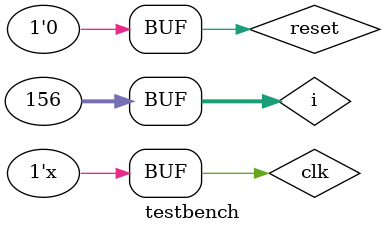
<source format=sv>

module testbench();
  logic clk, reset;
  logic [31:0] writedata, dataadr, pc, instr;
  logic memwrite;
  integer i;
  
  top uut(.clk(clk),
          .reset(reset),
          .writedata(writedata),
          .dataadr(dataadr),
          .pc(pc),
          .instr(instr),
          .memwrite(memwrite));
  
  initial begin
    clk <= 0;
    #1 reset <= 1;
    $monitor("clk = 0x%0h\t reset = 0x%0h\t writedata = 0x%0h\t dataadr = 0x%0h\t pc = 0x%0h\t instr = 0x%0h\t memwrite = 0x%0h", clk, reset, writedata, dataadr, pc, instr, memwrite );
    for(i = 0; i < 156; i = i + 1)begin
    	reset = 0;
    	#1 clk = ~clk;
    end
  end
endmodule
</source>
